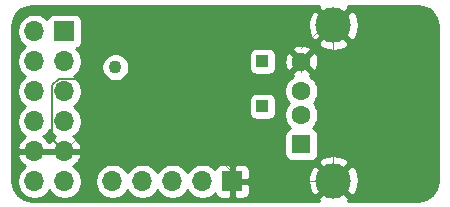
<source format=gbr>
G04 #@! TF.GenerationSoftware,KiCad,Pcbnew,5.1.6-c6e7f7d~86~ubuntu18.04.1*
G04 #@! TF.CreationDate,2021-05-10T21:06:11-07:00*
G04 #@! TF.ProjectId,usb_host_pmod,7573625f-686f-4737-945f-706d6f642e6b,rev?*
G04 #@! TF.SameCoordinates,Original*
G04 #@! TF.FileFunction,Copper,L2,Inr*
G04 #@! TF.FilePolarity,Positive*
%FSLAX46Y46*%
G04 Gerber Fmt 4.6, Leading zero omitted, Abs format (unit mm)*
G04 Created by KiCad (PCBNEW 5.1.6-c6e7f7d~86~ubuntu18.04.1) date 2021-05-10 21:06:11*
%MOMM*%
%LPD*%
G01*
G04 APERTURE LIST*
G04 #@! TA.AperFunction,ViaPad*
%ADD10R,1.000000X1.000000*%
G04 #@! TD*
G04 #@! TA.AperFunction,ViaPad*
%ADD11C,1.600000*%
G04 #@! TD*
G04 #@! TA.AperFunction,ViaPad*
%ADD12R,1.600000X1.600000*%
G04 #@! TD*
G04 #@! TA.AperFunction,ViaPad*
%ADD13C,3.000000*%
G04 #@! TD*
G04 #@! TA.AperFunction,ViaPad*
%ADD14O,1.700000X1.700000*%
G04 #@! TD*
G04 #@! TA.AperFunction,ViaPad*
%ADD15R,1.700000X1.700000*%
G04 #@! TD*
G04 #@! TA.AperFunction,ViaPad*
%ADD16C,1.100000*%
G04 #@! TD*
G04 #@! TA.AperFunction,Conductor*
%ADD17C,0.127000*%
G04 #@! TD*
G04 #@! TA.AperFunction,Conductor*
%ADD18C,0.088900*%
G04 #@! TD*
G04 #@! TA.AperFunction,Conductor*
%ADD19C,0.254000*%
G04 #@! TD*
G04 APERTURE END LIST*
D10*
X103124000Y-96520000D03*
X103124000Y-100330000D03*
D11*
X106426000Y-96542000D03*
X106426000Y-99042000D03*
X106426000Y-101042000D03*
D12*
X106426000Y-103542000D03*
D13*
X109136000Y-106612000D03*
X109136000Y-93472000D03*
D14*
X90424000Y-106680000D03*
X92964000Y-106680000D03*
X95504000Y-106680000D03*
X98044000Y-106680000D03*
D15*
X100584000Y-106680000D03*
D14*
X83820000Y-106680000D03*
X86360000Y-106680000D03*
X83820000Y-104140000D03*
X86360000Y-104140000D03*
X83820000Y-101600000D03*
X86360000Y-101600000D03*
X83820000Y-99060000D03*
X86360000Y-99060000D03*
X83820000Y-96520000D03*
X86360000Y-96520000D03*
X83820000Y-93980000D03*
D15*
X86360000Y-93980000D03*
D16*
X90678000Y-97028000D03*
X88392000Y-94996000D03*
X96774000Y-102108000D03*
X93512540Y-102044500D03*
X89154000Y-101600000D03*
D17*
X85022081Y-104140000D02*
X86360000Y-104140000D01*
X83820000Y-104140000D02*
X85022081Y-104140000D01*
X85319499Y-103099499D02*
X85319499Y-99606999D01*
X86360000Y-104140000D02*
X85319499Y-103099499D01*
X85319499Y-99606999D02*
X85319499Y-98560559D01*
X85319499Y-98560559D02*
X85860559Y-98019499D01*
X87146501Y-98019499D02*
X88392000Y-96774000D01*
X85860559Y-98019499D02*
X87146501Y-98019499D01*
D18*
X106426000Y-97034000D02*
X106426000Y-97394000D01*
X91417040Y-104140000D02*
X93512540Y-102044500D01*
X86360000Y-104140000D02*
X91417040Y-104140000D01*
X88900000Y-101600000D02*
X89154000Y-101600000D01*
X86360000Y-104140000D02*
X88900000Y-101600000D01*
X107888000Y-106680000D02*
X109136000Y-105432000D01*
X100584000Y-106680000D02*
X107888000Y-106680000D01*
X109136000Y-92652000D02*
X109136000Y-92292000D01*
X106426000Y-95362000D02*
X109136000Y-92652000D01*
X109136000Y-94404000D02*
X109136000Y-92292000D01*
X109136000Y-94324000D02*
X109136000Y-94404000D01*
X109136000Y-94404000D02*
X109136000Y-107464000D01*
X96710500Y-102044500D02*
X96774000Y-102108000D01*
X93512540Y-102044500D02*
X96710500Y-102044500D01*
X100584000Y-105918000D02*
X100584000Y-106680000D01*
X96774000Y-102108000D02*
X100584000Y-105918000D01*
X88392000Y-96774000D02*
X88392000Y-94996000D01*
D19*
G36*
X107823952Y-91980347D02*
G01*
X109136000Y-93292395D01*
X110448048Y-91980347D01*
X110381628Y-91846000D01*
X116299721Y-91846000D01*
X116647210Y-91880072D01*
X116950413Y-91971614D01*
X117230064Y-92120307D01*
X117475505Y-92320484D01*
X117677391Y-92564521D01*
X117828031Y-92843125D01*
X117921690Y-93145688D01*
X117958001Y-93491167D01*
X117958000Y-106647721D01*
X117923928Y-106995209D01*
X117832384Y-107298417D01*
X117683693Y-107578063D01*
X117483516Y-107823505D01*
X117239476Y-108025392D01*
X116960875Y-108176031D01*
X116658313Y-108269690D01*
X116312842Y-108306000D01*
X110348010Y-108306000D01*
X110448048Y-108103653D01*
X109136000Y-106791605D01*
X107823952Y-108103653D01*
X107923990Y-108306000D01*
X83598279Y-108306000D01*
X83250791Y-108271928D01*
X82947583Y-108180384D01*
X82667937Y-108031693D01*
X82422495Y-107831516D01*
X82220608Y-107587476D01*
X82069969Y-107308875D01*
X81976310Y-107006313D01*
X81940000Y-106660842D01*
X81940000Y-106533740D01*
X82335000Y-106533740D01*
X82335000Y-106826260D01*
X82392068Y-107113158D01*
X82504010Y-107383411D01*
X82666525Y-107626632D01*
X82873368Y-107833475D01*
X83116589Y-107995990D01*
X83386842Y-108107932D01*
X83673740Y-108165000D01*
X83966260Y-108165000D01*
X84253158Y-108107932D01*
X84523411Y-107995990D01*
X84766632Y-107833475D01*
X84973475Y-107626632D01*
X85090000Y-107452240D01*
X85206525Y-107626632D01*
X85413368Y-107833475D01*
X85656589Y-107995990D01*
X85926842Y-108107932D01*
X86213740Y-108165000D01*
X86506260Y-108165000D01*
X86793158Y-108107932D01*
X87063411Y-107995990D01*
X87306632Y-107833475D01*
X87513475Y-107626632D01*
X87675990Y-107383411D01*
X87787932Y-107113158D01*
X87845000Y-106826260D01*
X87845000Y-106533740D01*
X88939000Y-106533740D01*
X88939000Y-106826260D01*
X88996068Y-107113158D01*
X89108010Y-107383411D01*
X89270525Y-107626632D01*
X89477368Y-107833475D01*
X89720589Y-107995990D01*
X89990842Y-108107932D01*
X90277740Y-108165000D01*
X90570260Y-108165000D01*
X90857158Y-108107932D01*
X91127411Y-107995990D01*
X91370632Y-107833475D01*
X91577475Y-107626632D01*
X91694000Y-107452240D01*
X91810525Y-107626632D01*
X92017368Y-107833475D01*
X92260589Y-107995990D01*
X92530842Y-108107932D01*
X92817740Y-108165000D01*
X93110260Y-108165000D01*
X93397158Y-108107932D01*
X93667411Y-107995990D01*
X93910632Y-107833475D01*
X94117475Y-107626632D01*
X94234000Y-107452240D01*
X94350525Y-107626632D01*
X94557368Y-107833475D01*
X94800589Y-107995990D01*
X95070842Y-108107932D01*
X95357740Y-108165000D01*
X95650260Y-108165000D01*
X95937158Y-108107932D01*
X96207411Y-107995990D01*
X96450632Y-107833475D01*
X96657475Y-107626632D01*
X96774000Y-107452240D01*
X96890525Y-107626632D01*
X97097368Y-107833475D01*
X97340589Y-107995990D01*
X97610842Y-108107932D01*
X97897740Y-108165000D01*
X98190260Y-108165000D01*
X98477158Y-108107932D01*
X98747411Y-107995990D01*
X98990632Y-107833475D01*
X99122487Y-107701620D01*
X99144498Y-107774180D01*
X99203463Y-107884494D01*
X99282815Y-107981185D01*
X99379506Y-108060537D01*
X99489820Y-108119502D01*
X99609518Y-108155812D01*
X99734000Y-108168072D01*
X100298250Y-108165000D01*
X100457000Y-108006250D01*
X100457000Y-106807000D01*
X100711000Y-106807000D01*
X100711000Y-108006250D01*
X100869750Y-108165000D01*
X101434000Y-108168072D01*
X101558482Y-108155812D01*
X101678180Y-108119502D01*
X101788494Y-108060537D01*
X101885185Y-107981185D01*
X101964537Y-107884494D01*
X102023502Y-107774180D01*
X102059812Y-107654482D01*
X102072072Y-107530000D01*
X102069000Y-106965750D01*
X101910250Y-106807000D01*
X100711000Y-106807000D01*
X100457000Y-106807000D01*
X100437000Y-106807000D01*
X100437000Y-106654824D01*
X106991098Y-106654824D01*
X107040666Y-107072451D01*
X107170757Y-107472383D01*
X107328786Y-107768038D01*
X107644347Y-107924048D01*
X108956395Y-106612000D01*
X109315605Y-106612000D01*
X110627653Y-107924048D01*
X110943214Y-107768038D01*
X111134020Y-107393255D01*
X111248044Y-106988449D01*
X111280902Y-106569176D01*
X111231334Y-106151549D01*
X111101243Y-105751617D01*
X110943214Y-105455962D01*
X110627653Y-105299952D01*
X109315605Y-106612000D01*
X108956395Y-106612000D01*
X107644347Y-105299952D01*
X107328786Y-105455962D01*
X107137980Y-105830745D01*
X107023956Y-106235551D01*
X106991098Y-106654824D01*
X100437000Y-106654824D01*
X100437000Y-106553000D01*
X100457000Y-106553000D01*
X100457000Y-105353750D01*
X100711000Y-105353750D01*
X100711000Y-106553000D01*
X101910250Y-106553000D01*
X102069000Y-106394250D01*
X102072072Y-105830000D01*
X102059812Y-105705518D01*
X102023502Y-105585820D01*
X101964537Y-105475506D01*
X101885185Y-105378815D01*
X101788494Y-105299463D01*
X101678180Y-105240498D01*
X101558482Y-105204188D01*
X101434000Y-105191928D01*
X100869750Y-105195000D01*
X100711000Y-105353750D01*
X100457000Y-105353750D01*
X100298250Y-105195000D01*
X99734000Y-105191928D01*
X99609518Y-105204188D01*
X99489820Y-105240498D01*
X99379506Y-105299463D01*
X99282815Y-105378815D01*
X99203463Y-105475506D01*
X99144498Y-105585820D01*
X99122487Y-105658380D01*
X98990632Y-105526525D01*
X98747411Y-105364010D01*
X98477158Y-105252068D01*
X98190260Y-105195000D01*
X97897740Y-105195000D01*
X97610842Y-105252068D01*
X97340589Y-105364010D01*
X97097368Y-105526525D01*
X96890525Y-105733368D01*
X96774000Y-105907760D01*
X96657475Y-105733368D01*
X96450632Y-105526525D01*
X96207411Y-105364010D01*
X95937158Y-105252068D01*
X95650260Y-105195000D01*
X95357740Y-105195000D01*
X95070842Y-105252068D01*
X94800589Y-105364010D01*
X94557368Y-105526525D01*
X94350525Y-105733368D01*
X94234000Y-105907760D01*
X94117475Y-105733368D01*
X93910632Y-105526525D01*
X93667411Y-105364010D01*
X93397158Y-105252068D01*
X93110260Y-105195000D01*
X92817740Y-105195000D01*
X92530842Y-105252068D01*
X92260589Y-105364010D01*
X92017368Y-105526525D01*
X91810525Y-105733368D01*
X91694000Y-105907760D01*
X91577475Y-105733368D01*
X91370632Y-105526525D01*
X91127411Y-105364010D01*
X90857158Y-105252068D01*
X90570260Y-105195000D01*
X90277740Y-105195000D01*
X89990842Y-105252068D01*
X89720589Y-105364010D01*
X89477368Y-105526525D01*
X89270525Y-105733368D01*
X89108010Y-105976589D01*
X88996068Y-106246842D01*
X88939000Y-106533740D01*
X87845000Y-106533740D01*
X87787932Y-106246842D01*
X87675990Y-105976589D01*
X87513475Y-105733368D01*
X87306632Y-105526525D01*
X87124466Y-105404805D01*
X87241355Y-105335178D01*
X87457588Y-105140269D01*
X87472447Y-105120347D01*
X107823952Y-105120347D01*
X109136000Y-106432395D01*
X110448048Y-105120347D01*
X110292038Y-104804786D01*
X109917255Y-104613980D01*
X109512449Y-104499956D01*
X109093176Y-104467098D01*
X108675549Y-104516666D01*
X108275617Y-104646757D01*
X107979962Y-104804786D01*
X107823952Y-105120347D01*
X87472447Y-105120347D01*
X87631641Y-104906920D01*
X87756825Y-104644099D01*
X87801476Y-104496890D01*
X87680155Y-104267000D01*
X86487000Y-104267000D01*
X86487000Y-104287000D01*
X86233000Y-104287000D01*
X86233000Y-104267000D01*
X83947000Y-104267000D01*
X83947000Y-104287000D01*
X83693000Y-104287000D01*
X83693000Y-104267000D01*
X82499845Y-104267000D01*
X82378524Y-104496890D01*
X82423175Y-104644099D01*
X82548359Y-104906920D01*
X82722412Y-105140269D01*
X82938645Y-105335178D01*
X83055534Y-105404805D01*
X82873368Y-105526525D01*
X82666525Y-105733368D01*
X82504010Y-105976589D01*
X82392068Y-106246842D01*
X82335000Y-106533740D01*
X81940000Y-106533740D01*
X81940000Y-93833740D01*
X82335000Y-93833740D01*
X82335000Y-94126260D01*
X82392068Y-94413158D01*
X82504010Y-94683411D01*
X82666525Y-94926632D01*
X82873368Y-95133475D01*
X83047760Y-95250000D01*
X82873368Y-95366525D01*
X82666525Y-95573368D01*
X82504010Y-95816589D01*
X82392068Y-96086842D01*
X82335000Y-96373740D01*
X82335000Y-96666260D01*
X82392068Y-96953158D01*
X82504010Y-97223411D01*
X82666525Y-97466632D01*
X82873368Y-97673475D01*
X83047760Y-97790000D01*
X82873368Y-97906525D01*
X82666525Y-98113368D01*
X82504010Y-98356589D01*
X82392068Y-98626842D01*
X82335000Y-98913740D01*
X82335000Y-99206260D01*
X82392068Y-99493158D01*
X82504010Y-99763411D01*
X82666525Y-100006632D01*
X82873368Y-100213475D01*
X83047760Y-100330000D01*
X82873368Y-100446525D01*
X82666525Y-100653368D01*
X82504010Y-100896589D01*
X82392068Y-101166842D01*
X82335000Y-101453740D01*
X82335000Y-101746260D01*
X82392068Y-102033158D01*
X82504010Y-102303411D01*
X82666525Y-102546632D01*
X82873368Y-102753475D01*
X83055534Y-102875195D01*
X82938645Y-102944822D01*
X82722412Y-103139731D01*
X82548359Y-103373080D01*
X82423175Y-103635901D01*
X82378524Y-103783110D01*
X82499845Y-104013000D01*
X83693000Y-104013000D01*
X83693000Y-103993000D01*
X83947000Y-103993000D01*
X83947000Y-104013000D01*
X86233000Y-104013000D01*
X86233000Y-103993000D01*
X86487000Y-103993000D01*
X86487000Y-104013000D01*
X87680155Y-104013000D01*
X87801476Y-103783110D01*
X87756825Y-103635901D01*
X87631641Y-103373080D01*
X87457588Y-103139731D01*
X87241355Y-102944822D01*
X87124466Y-102875195D01*
X87306632Y-102753475D01*
X87318107Y-102742000D01*
X104987928Y-102742000D01*
X104987928Y-104342000D01*
X105000188Y-104466482D01*
X105036498Y-104586180D01*
X105095463Y-104696494D01*
X105174815Y-104793185D01*
X105271506Y-104872537D01*
X105381820Y-104931502D01*
X105501518Y-104967812D01*
X105626000Y-104980072D01*
X107226000Y-104980072D01*
X107350482Y-104967812D01*
X107470180Y-104931502D01*
X107580494Y-104872537D01*
X107677185Y-104793185D01*
X107756537Y-104696494D01*
X107815502Y-104586180D01*
X107851812Y-104466482D01*
X107864072Y-104342000D01*
X107864072Y-102742000D01*
X107851812Y-102617518D01*
X107815502Y-102497820D01*
X107756537Y-102387506D01*
X107677185Y-102290815D01*
X107580494Y-102211463D01*
X107470180Y-102152498D01*
X107374057Y-102123339D01*
X107540637Y-101956759D01*
X107697680Y-101721727D01*
X107805853Y-101460574D01*
X107861000Y-101183335D01*
X107861000Y-100900665D01*
X107805853Y-100623426D01*
X107697680Y-100362273D01*
X107540637Y-100127241D01*
X107455396Y-100042000D01*
X107540637Y-99956759D01*
X107697680Y-99721727D01*
X107805853Y-99460574D01*
X107861000Y-99183335D01*
X107861000Y-98900665D01*
X107805853Y-98623426D01*
X107697680Y-98362273D01*
X107540637Y-98127241D01*
X107340759Y-97927363D01*
X107140131Y-97793308D01*
X107167514Y-97778671D01*
X107239097Y-97534702D01*
X106426000Y-96721605D01*
X105612903Y-97534702D01*
X105684486Y-97778671D01*
X105713341Y-97792324D01*
X105511241Y-97927363D01*
X105311363Y-98127241D01*
X105154320Y-98362273D01*
X105046147Y-98623426D01*
X104991000Y-98900665D01*
X104991000Y-99183335D01*
X105046147Y-99460574D01*
X105154320Y-99721727D01*
X105311363Y-99956759D01*
X105396604Y-100042000D01*
X105311363Y-100127241D01*
X105154320Y-100362273D01*
X105046147Y-100623426D01*
X104991000Y-100900665D01*
X104991000Y-101183335D01*
X105046147Y-101460574D01*
X105154320Y-101721727D01*
X105311363Y-101956759D01*
X105477943Y-102123339D01*
X105381820Y-102152498D01*
X105271506Y-102211463D01*
X105174815Y-102290815D01*
X105095463Y-102387506D01*
X105036498Y-102497820D01*
X105000188Y-102617518D01*
X104987928Y-102742000D01*
X87318107Y-102742000D01*
X87513475Y-102546632D01*
X87675990Y-102303411D01*
X87787932Y-102033158D01*
X87845000Y-101746260D01*
X87845000Y-101453740D01*
X87787932Y-101166842D01*
X87675990Y-100896589D01*
X87513475Y-100653368D01*
X87306632Y-100446525D01*
X87132240Y-100330000D01*
X87306632Y-100213475D01*
X87513475Y-100006632D01*
X87631496Y-99830000D01*
X101985928Y-99830000D01*
X101985928Y-100830000D01*
X101998188Y-100954482D01*
X102034498Y-101074180D01*
X102093463Y-101184494D01*
X102172815Y-101281185D01*
X102269506Y-101360537D01*
X102379820Y-101419502D01*
X102499518Y-101455812D01*
X102624000Y-101468072D01*
X103624000Y-101468072D01*
X103748482Y-101455812D01*
X103868180Y-101419502D01*
X103978494Y-101360537D01*
X104075185Y-101281185D01*
X104154537Y-101184494D01*
X104213502Y-101074180D01*
X104249812Y-100954482D01*
X104262072Y-100830000D01*
X104262072Y-99830000D01*
X104249812Y-99705518D01*
X104213502Y-99585820D01*
X104154537Y-99475506D01*
X104075185Y-99378815D01*
X103978494Y-99299463D01*
X103868180Y-99240498D01*
X103748482Y-99204188D01*
X103624000Y-99191928D01*
X102624000Y-99191928D01*
X102499518Y-99204188D01*
X102379820Y-99240498D01*
X102269506Y-99299463D01*
X102172815Y-99378815D01*
X102093463Y-99475506D01*
X102034498Y-99585820D01*
X101998188Y-99705518D01*
X101985928Y-99830000D01*
X87631496Y-99830000D01*
X87675990Y-99763411D01*
X87787932Y-99493158D01*
X87845000Y-99206260D01*
X87845000Y-98913740D01*
X87787932Y-98626842D01*
X87675990Y-98356589D01*
X87513475Y-98113368D01*
X87306632Y-97906525D01*
X87132240Y-97790000D01*
X87306632Y-97673475D01*
X87513475Y-97466632D01*
X87675990Y-97223411D01*
X87787932Y-96953158D01*
X87796260Y-96911288D01*
X89493000Y-96911288D01*
X89493000Y-97144712D01*
X89538539Y-97373652D01*
X89627866Y-97589308D01*
X89757550Y-97783394D01*
X89922606Y-97948450D01*
X90116692Y-98078134D01*
X90332348Y-98167461D01*
X90561288Y-98213000D01*
X90794712Y-98213000D01*
X91023652Y-98167461D01*
X91239308Y-98078134D01*
X91433394Y-97948450D01*
X91598450Y-97783394D01*
X91728134Y-97589308D01*
X91817461Y-97373652D01*
X91863000Y-97144712D01*
X91863000Y-96911288D01*
X91817461Y-96682348D01*
X91728134Y-96466692D01*
X91598450Y-96272606D01*
X91433394Y-96107550D01*
X91302367Y-96020000D01*
X101985928Y-96020000D01*
X101985928Y-97020000D01*
X101998188Y-97144482D01*
X102034498Y-97264180D01*
X102093463Y-97374494D01*
X102172815Y-97471185D01*
X102269506Y-97550537D01*
X102379820Y-97609502D01*
X102499518Y-97645812D01*
X102624000Y-97658072D01*
X103624000Y-97658072D01*
X103748482Y-97645812D01*
X103868180Y-97609502D01*
X103978494Y-97550537D01*
X104075185Y-97471185D01*
X104154537Y-97374494D01*
X104213502Y-97264180D01*
X104249812Y-97144482D01*
X104262072Y-97020000D01*
X104262072Y-96612512D01*
X104985783Y-96612512D01*
X105027213Y-96892130D01*
X105122397Y-97158292D01*
X105189329Y-97283514D01*
X105433298Y-97355097D01*
X106246395Y-96542000D01*
X106605605Y-96542000D01*
X107418702Y-97355097D01*
X107662671Y-97283514D01*
X107783571Y-97028004D01*
X107852300Y-96753816D01*
X107866217Y-96471488D01*
X107824787Y-96191870D01*
X107729603Y-95925708D01*
X107662671Y-95800486D01*
X107418702Y-95728903D01*
X106605605Y-96542000D01*
X106246395Y-96542000D01*
X105433298Y-95728903D01*
X105189329Y-95800486D01*
X105068429Y-96055996D01*
X104999700Y-96330184D01*
X104985783Y-96612512D01*
X104262072Y-96612512D01*
X104262072Y-96020000D01*
X104249812Y-95895518D01*
X104213502Y-95775820D01*
X104154537Y-95665506D01*
X104075185Y-95568815D01*
X104051404Y-95549298D01*
X105612903Y-95549298D01*
X106426000Y-96362395D01*
X107239097Y-95549298D01*
X107167514Y-95305329D01*
X106912004Y-95184429D01*
X106637816Y-95115700D01*
X106355488Y-95101783D01*
X106075870Y-95143213D01*
X105809708Y-95238397D01*
X105684486Y-95305329D01*
X105612903Y-95549298D01*
X104051404Y-95549298D01*
X103978494Y-95489463D01*
X103868180Y-95430498D01*
X103748482Y-95394188D01*
X103624000Y-95381928D01*
X102624000Y-95381928D01*
X102499518Y-95394188D01*
X102379820Y-95430498D01*
X102269506Y-95489463D01*
X102172815Y-95568815D01*
X102093463Y-95665506D01*
X102034498Y-95775820D01*
X101998188Y-95895518D01*
X101985928Y-96020000D01*
X91302367Y-96020000D01*
X91239308Y-95977866D01*
X91023652Y-95888539D01*
X90794712Y-95843000D01*
X90561288Y-95843000D01*
X90332348Y-95888539D01*
X90116692Y-95977866D01*
X89922606Y-96107550D01*
X89757550Y-96272606D01*
X89627866Y-96466692D01*
X89538539Y-96682348D01*
X89493000Y-96911288D01*
X87796260Y-96911288D01*
X87845000Y-96666260D01*
X87845000Y-96373740D01*
X87787932Y-96086842D01*
X87675990Y-95816589D01*
X87513475Y-95573368D01*
X87381620Y-95441513D01*
X87454180Y-95419502D01*
X87564494Y-95360537D01*
X87661185Y-95281185D01*
X87740537Y-95184494D01*
X87799502Y-95074180D01*
X87833030Y-94963653D01*
X107823952Y-94963653D01*
X107979962Y-95279214D01*
X108354745Y-95470020D01*
X108759551Y-95584044D01*
X109178824Y-95616902D01*
X109596451Y-95567334D01*
X109996383Y-95437243D01*
X110292038Y-95279214D01*
X110448048Y-94963653D01*
X109136000Y-93651605D01*
X107823952Y-94963653D01*
X87833030Y-94963653D01*
X87835812Y-94954482D01*
X87848072Y-94830000D01*
X87848072Y-93514824D01*
X106991098Y-93514824D01*
X107040666Y-93932451D01*
X107170757Y-94332383D01*
X107328786Y-94628038D01*
X107644347Y-94784048D01*
X108956395Y-93472000D01*
X109315605Y-93472000D01*
X110627653Y-94784048D01*
X110943214Y-94628038D01*
X111134020Y-94253255D01*
X111248044Y-93848449D01*
X111280902Y-93429176D01*
X111231334Y-93011549D01*
X111101243Y-92611617D01*
X110943214Y-92315962D01*
X110627653Y-92159952D01*
X109315605Y-93472000D01*
X108956395Y-93472000D01*
X107644347Y-92159952D01*
X107328786Y-92315962D01*
X107137980Y-92690745D01*
X107023956Y-93095551D01*
X106991098Y-93514824D01*
X87848072Y-93514824D01*
X87848072Y-93130000D01*
X87835812Y-93005518D01*
X87799502Y-92885820D01*
X87740537Y-92775506D01*
X87661185Y-92678815D01*
X87564494Y-92599463D01*
X87454180Y-92540498D01*
X87334482Y-92504188D01*
X87210000Y-92491928D01*
X85510000Y-92491928D01*
X85385518Y-92504188D01*
X85265820Y-92540498D01*
X85155506Y-92599463D01*
X85058815Y-92678815D01*
X84979463Y-92775506D01*
X84920498Y-92885820D01*
X84898487Y-92958380D01*
X84766632Y-92826525D01*
X84523411Y-92664010D01*
X84253158Y-92552068D01*
X83966260Y-92495000D01*
X83673740Y-92495000D01*
X83386842Y-92552068D01*
X83116589Y-92664010D01*
X82873368Y-92826525D01*
X82666525Y-93033368D01*
X82504010Y-93276589D01*
X82392068Y-93546842D01*
X82335000Y-93833740D01*
X81940000Y-93833740D01*
X81940000Y-93504279D01*
X81974072Y-93156790D01*
X82065614Y-92853587D01*
X82214307Y-92573936D01*
X82414484Y-92328495D01*
X82658521Y-92126609D01*
X82937125Y-91975969D01*
X83239688Y-91882310D01*
X83585158Y-91846000D01*
X107890372Y-91846000D01*
X107823952Y-91980347D01*
G37*
X107823952Y-91980347D02*
X109136000Y-93292395D01*
X110448048Y-91980347D01*
X110381628Y-91846000D01*
X116299721Y-91846000D01*
X116647210Y-91880072D01*
X116950413Y-91971614D01*
X117230064Y-92120307D01*
X117475505Y-92320484D01*
X117677391Y-92564521D01*
X117828031Y-92843125D01*
X117921690Y-93145688D01*
X117958001Y-93491167D01*
X117958000Y-106647721D01*
X117923928Y-106995209D01*
X117832384Y-107298417D01*
X117683693Y-107578063D01*
X117483516Y-107823505D01*
X117239476Y-108025392D01*
X116960875Y-108176031D01*
X116658313Y-108269690D01*
X116312842Y-108306000D01*
X110348010Y-108306000D01*
X110448048Y-108103653D01*
X109136000Y-106791605D01*
X107823952Y-108103653D01*
X107923990Y-108306000D01*
X83598279Y-108306000D01*
X83250791Y-108271928D01*
X82947583Y-108180384D01*
X82667937Y-108031693D01*
X82422495Y-107831516D01*
X82220608Y-107587476D01*
X82069969Y-107308875D01*
X81976310Y-107006313D01*
X81940000Y-106660842D01*
X81940000Y-106533740D01*
X82335000Y-106533740D01*
X82335000Y-106826260D01*
X82392068Y-107113158D01*
X82504010Y-107383411D01*
X82666525Y-107626632D01*
X82873368Y-107833475D01*
X83116589Y-107995990D01*
X83386842Y-108107932D01*
X83673740Y-108165000D01*
X83966260Y-108165000D01*
X84253158Y-108107932D01*
X84523411Y-107995990D01*
X84766632Y-107833475D01*
X84973475Y-107626632D01*
X85090000Y-107452240D01*
X85206525Y-107626632D01*
X85413368Y-107833475D01*
X85656589Y-107995990D01*
X85926842Y-108107932D01*
X86213740Y-108165000D01*
X86506260Y-108165000D01*
X86793158Y-108107932D01*
X87063411Y-107995990D01*
X87306632Y-107833475D01*
X87513475Y-107626632D01*
X87675990Y-107383411D01*
X87787932Y-107113158D01*
X87845000Y-106826260D01*
X87845000Y-106533740D01*
X88939000Y-106533740D01*
X88939000Y-106826260D01*
X88996068Y-107113158D01*
X89108010Y-107383411D01*
X89270525Y-107626632D01*
X89477368Y-107833475D01*
X89720589Y-107995990D01*
X89990842Y-108107932D01*
X90277740Y-108165000D01*
X90570260Y-108165000D01*
X90857158Y-108107932D01*
X91127411Y-107995990D01*
X91370632Y-107833475D01*
X91577475Y-107626632D01*
X91694000Y-107452240D01*
X91810525Y-107626632D01*
X92017368Y-107833475D01*
X92260589Y-107995990D01*
X92530842Y-108107932D01*
X92817740Y-108165000D01*
X93110260Y-108165000D01*
X93397158Y-108107932D01*
X93667411Y-107995990D01*
X93910632Y-107833475D01*
X94117475Y-107626632D01*
X94234000Y-107452240D01*
X94350525Y-107626632D01*
X94557368Y-107833475D01*
X94800589Y-107995990D01*
X95070842Y-108107932D01*
X95357740Y-108165000D01*
X95650260Y-108165000D01*
X95937158Y-108107932D01*
X96207411Y-107995990D01*
X96450632Y-107833475D01*
X96657475Y-107626632D01*
X96774000Y-107452240D01*
X96890525Y-107626632D01*
X97097368Y-107833475D01*
X97340589Y-107995990D01*
X97610842Y-108107932D01*
X97897740Y-108165000D01*
X98190260Y-108165000D01*
X98477158Y-108107932D01*
X98747411Y-107995990D01*
X98990632Y-107833475D01*
X99122487Y-107701620D01*
X99144498Y-107774180D01*
X99203463Y-107884494D01*
X99282815Y-107981185D01*
X99379506Y-108060537D01*
X99489820Y-108119502D01*
X99609518Y-108155812D01*
X99734000Y-108168072D01*
X100298250Y-108165000D01*
X100457000Y-108006250D01*
X100457000Y-106807000D01*
X100711000Y-106807000D01*
X100711000Y-108006250D01*
X100869750Y-108165000D01*
X101434000Y-108168072D01*
X101558482Y-108155812D01*
X101678180Y-108119502D01*
X101788494Y-108060537D01*
X101885185Y-107981185D01*
X101964537Y-107884494D01*
X102023502Y-107774180D01*
X102059812Y-107654482D01*
X102072072Y-107530000D01*
X102069000Y-106965750D01*
X101910250Y-106807000D01*
X100711000Y-106807000D01*
X100457000Y-106807000D01*
X100437000Y-106807000D01*
X100437000Y-106654824D01*
X106991098Y-106654824D01*
X107040666Y-107072451D01*
X107170757Y-107472383D01*
X107328786Y-107768038D01*
X107644347Y-107924048D01*
X108956395Y-106612000D01*
X109315605Y-106612000D01*
X110627653Y-107924048D01*
X110943214Y-107768038D01*
X111134020Y-107393255D01*
X111248044Y-106988449D01*
X111280902Y-106569176D01*
X111231334Y-106151549D01*
X111101243Y-105751617D01*
X110943214Y-105455962D01*
X110627653Y-105299952D01*
X109315605Y-106612000D01*
X108956395Y-106612000D01*
X107644347Y-105299952D01*
X107328786Y-105455962D01*
X107137980Y-105830745D01*
X107023956Y-106235551D01*
X106991098Y-106654824D01*
X100437000Y-106654824D01*
X100437000Y-106553000D01*
X100457000Y-106553000D01*
X100457000Y-105353750D01*
X100711000Y-105353750D01*
X100711000Y-106553000D01*
X101910250Y-106553000D01*
X102069000Y-106394250D01*
X102072072Y-105830000D01*
X102059812Y-105705518D01*
X102023502Y-105585820D01*
X101964537Y-105475506D01*
X101885185Y-105378815D01*
X101788494Y-105299463D01*
X101678180Y-105240498D01*
X101558482Y-105204188D01*
X101434000Y-105191928D01*
X100869750Y-105195000D01*
X100711000Y-105353750D01*
X100457000Y-105353750D01*
X100298250Y-105195000D01*
X99734000Y-105191928D01*
X99609518Y-105204188D01*
X99489820Y-105240498D01*
X99379506Y-105299463D01*
X99282815Y-105378815D01*
X99203463Y-105475506D01*
X99144498Y-105585820D01*
X99122487Y-105658380D01*
X98990632Y-105526525D01*
X98747411Y-105364010D01*
X98477158Y-105252068D01*
X98190260Y-105195000D01*
X97897740Y-105195000D01*
X97610842Y-105252068D01*
X97340589Y-105364010D01*
X97097368Y-105526525D01*
X96890525Y-105733368D01*
X96774000Y-105907760D01*
X96657475Y-105733368D01*
X96450632Y-105526525D01*
X96207411Y-105364010D01*
X95937158Y-105252068D01*
X95650260Y-105195000D01*
X95357740Y-105195000D01*
X95070842Y-105252068D01*
X94800589Y-105364010D01*
X94557368Y-105526525D01*
X94350525Y-105733368D01*
X94234000Y-105907760D01*
X94117475Y-105733368D01*
X93910632Y-105526525D01*
X93667411Y-105364010D01*
X93397158Y-105252068D01*
X93110260Y-105195000D01*
X92817740Y-105195000D01*
X92530842Y-105252068D01*
X92260589Y-105364010D01*
X92017368Y-105526525D01*
X91810525Y-105733368D01*
X91694000Y-105907760D01*
X91577475Y-105733368D01*
X91370632Y-105526525D01*
X91127411Y-105364010D01*
X90857158Y-105252068D01*
X90570260Y-105195000D01*
X90277740Y-105195000D01*
X89990842Y-105252068D01*
X89720589Y-105364010D01*
X89477368Y-105526525D01*
X89270525Y-105733368D01*
X89108010Y-105976589D01*
X88996068Y-106246842D01*
X88939000Y-106533740D01*
X87845000Y-106533740D01*
X87787932Y-106246842D01*
X87675990Y-105976589D01*
X87513475Y-105733368D01*
X87306632Y-105526525D01*
X87124466Y-105404805D01*
X87241355Y-105335178D01*
X87457588Y-105140269D01*
X87472447Y-105120347D01*
X107823952Y-105120347D01*
X109136000Y-106432395D01*
X110448048Y-105120347D01*
X110292038Y-104804786D01*
X109917255Y-104613980D01*
X109512449Y-104499956D01*
X109093176Y-104467098D01*
X108675549Y-104516666D01*
X108275617Y-104646757D01*
X107979962Y-104804786D01*
X107823952Y-105120347D01*
X87472447Y-105120347D01*
X87631641Y-104906920D01*
X87756825Y-104644099D01*
X87801476Y-104496890D01*
X87680155Y-104267000D01*
X86487000Y-104267000D01*
X86487000Y-104287000D01*
X86233000Y-104287000D01*
X86233000Y-104267000D01*
X83947000Y-104267000D01*
X83947000Y-104287000D01*
X83693000Y-104287000D01*
X83693000Y-104267000D01*
X82499845Y-104267000D01*
X82378524Y-104496890D01*
X82423175Y-104644099D01*
X82548359Y-104906920D01*
X82722412Y-105140269D01*
X82938645Y-105335178D01*
X83055534Y-105404805D01*
X82873368Y-105526525D01*
X82666525Y-105733368D01*
X82504010Y-105976589D01*
X82392068Y-106246842D01*
X82335000Y-106533740D01*
X81940000Y-106533740D01*
X81940000Y-93833740D01*
X82335000Y-93833740D01*
X82335000Y-94126260D01*
X82392068Y-94413158D01*
X82504010Y-94683411D01*
X82666525Y-94926632D01*
X82873368Y-95133475D01*
X83047760Y-95250000D01*
X82873368Y-95366525D01*
X82666525Y-95573368D01*
X82504010Y-95816589D01*
X82392068Y-96086842D01*
X82335000Y-96373740D01*
X82335000Y-96666260D01*
X82392068Y-96953158D01*
X82504010Y-97223411D01*
X82666525Y-97466632D01*
X82873368Y-97673475D01*
X83047760Y-97790000D01*
X82873368Y-97906525D01*
X82666525Y-98113368D01*
X82504010Y-98356589D01*
X82392068Y-98626842D01*
X82335000Y-98913740D01*
X82335000Y-99206260D01*
X82392068Y-99493158D01*
X82504010Y-99763411D01*
X82666525Y-100006632D01*
X82873368Y-100213475D01*
X83047760Y-100330000D01*
X82873368Y-100446525D01*
X82666525Y-100653368D01*
X82504010Y-100896589D01*
X82392068Y-101166842D01*
X82335000Y-101453740D01*
X82335000Y-101746260D01*
X82392068Y-102033158D01*
X82504010Y-102303411D01*
X82666525Y-102546632D01*
X82873368Y-102753475D01*
X83055534Y-102875195D01*
X82938645Y-102944822D01*
X82722412Y-103139731D01*
X82548359Y-103373080D01*
X82423175Y-103635901D01*
X82378524Y-103783110D01*
X82499845Y-104013000D01*
X83693000Y-104013000D01*
X83693000Y-103993000D01*
X83947000Y-103993000D01*
X83947000Y-104013000D01*
X86233000Y-104013000D01*
X86233000Y-103993000D01*
X86487000Y-103993000D01*
X86487000Y-104013000D01*
X87680155Y-104013000D01*
X87801476Y-103783110D01*
X87756825Y-103635901D01*
X87631641Y-103373080D01*
X87457588Y-103139731D01*
X87241355Y-102944822D01*
X87124466Y-102875195D01*
X87306632Y-102753475D01*
X87318107Y-102742000D01*
X104987928Y-102742000D01*
X104987928Y-104342000D01*
X105000188Y-104466482D01*
X105036498Y-104586180D01*
X105095463Y-104696494D01*
X105174815Y-104793185D01*
X105271506Y-104872537D01*
X105381820Y-104931502D01*
X105501518Y-104967812D01*
X105626000Y-104980072D01*
X107226000Y-104980072D01*
X107350482Y-104967812D01*
X107470180Y-104931502D01*
X107580494Y-104872537D01*
X107677185Y-104793185D01*
X107756537Y-104696494D01*
X107815502Y-104586180D01*
X107851812Y-104466482D01*
X107864072Y-104342000D01*
X107864072Y-102742000D01*
X107851812Y-102617518D01*
X107815502Y-102497820D01*
X107756537Y-102387506D01*
X107677185Y-102290815D01*
X107580494Y-102211463D01*
X107470180Y-102152498D01*
X107374057Y-102123339D01*
X107540637Y-101956759D01*
X107697680Y-101721727D01*
X107805853Y-101460574D01*
X107861000Y-101183335D01*
X107861000Y-100900665D01*
X107805853Y-100623426D01*
X107697680Y-100362273D01*
X107540637Y-100127241D01*
X107455396Y-100042000D01*
X107540637Y-99956759D01*
X107697680Y-99721727D01*
X107805853Y-99460574D01*
X107861000Y-99183335D01*
X107861000Y-98900665D01*
X107805853Y-98623426D01*
X107697680Y-98362273D01*
X107540637Y-98127241D01*
X107340759Y-97927363D01*
X107140131Y-97793308D01*
X107167514Y-97778671D01*
X107239097Y-97534702D01*
X106426000Y-96721605D01*
X105612903Y-97534702D01*
X105684486Y-97778671D01*
X105713341Y-97792324D01*
X105511241Y-97927363D01*
X105311363Y-98127241D01*
X105154320Y-98362273D01*
X105046147Y-98623426D01*
X104991000Y-98900665D01*
X104991000Y-99183335D01*
X105046147Y-99460574D01*
X105154320Y-99721727D01*
X105311363Y-99956759D01*
X105396604Y-100042000D01*
X105311363Y-100127241D01*
X105154320Y-100362273D01*
X105046147Y-100623426D01*
X104991000Y-100900665D01*
X104991000Y-101183335D01*
X105046147Y-101460574D01*
X105154320Y-101721727D01*
X105311363Y-101956759D01*
X105477943Y-102123339D01*
X105381820Y-102152498D01*
X105271506Y-102211463D01*
X105174815Y-102290815D01*
X105095463Y-102387506D01*
X105036498Y-102497820D01*
X105000188Y-102617518D01*
X104987928Y-102742000D01*
X87318107Y-102742000D01*
X87513475Y-102546632D01*
X87675990Y-102303411D01*
X87787932Y-102033158D01*
X87845000Y-101746260D01*
X87845000Y-101453740D01*
X87787932Y-101166842D01*
X87675990Y-100896589D01*
X87513475Y-100653368D01*
X87306632Y-100446525D01*
X87132240Y-100330000D01*
X87306632Y-100213475D01*
X87513475Y-100006632D01*
X87631496Y-99830000D01*
X101985928Y-99830000D01*
X101985928Y-100830000D01*
X101998188Y-100954482D01*
X102034498Y-101074180D01*
X102093463Y-101184494D01*
X102172815Y-101281185D01*
X102269506Y-101360537D01*
X102379820Y-101419502D01*
X102499518Y-101455812D01*
X102624000Y-101468072D01*
X103624000Y-101468072D01*
X103748482Y-101455812D01*
X103868180Y-101419502D01*
X103978494Y-101360537D01*
X104075185Y-101281185D01*
X104154537Y-101184494D01*
X104213502Y-101074180D01*
X104249812Y-100954482D01*
X104262072Y-100830000D01*
X104262072Y-99830000D01*
X104249812Y-99705518D01*
X104213502Y-99585820D01*
X104154537Y-99475506D01*
X104075185Y-99378815D01*
X103978494Y-99299463D01*
X103868180Y-99240498D01*
X103748482Y-99204188D01*
X103624000Y-99191928D01*
X102624000Y-99191928D01*
X102499518Y-99204188D01*
X102379820Y-99240498D01*
X102269506Y-99299463D01*
X102172815Y-99378815D01*
X102093463Y-99475506D01*
X102034498Y-99585820D01*
X101998188Y-99705518D01*
X101985928Y-99830000D01*
X87631496Y-99830000D01*
X87675990Y-99763411D01*
X87787932Y-99493158D01*
X87845000Y-99206260D01*
X87845000Y-98913740D01*
X87787932Y-98626842D01*
X87675990Y-98356589D01*
X87513475Y-98113368D01*
X87306632Y-97906525D01*
X87132240Y-97790000D01*
X87306632Y-97673475D01*
X87513475Y-97466632D01*
X87675990Y-97223411D01*
X87787932Y-96953158D01*
X87796260Y-96911288D01*
X89493000Y-96911288D01*
X89493000Y-97144712D01*
X89538539Y-97373652D01*
X89627866Y-97589308D01*
X89757550Y-97783394D01*
X89922606Y-97948450D01*
X90116692Y-98078134D01*
X90332348Y-98167461D01*
X90561288Y-98213000D01*
X90794712Y-98213000D01*
X91023652Y-98167461D01*
X91239308Y-98078134D01*
X91433394Y-97948450D01*
X91598450Y-97783394D01*
X91728134Y-97589308D01*
X91817461Y-97373652D01*
X91863000Y-97144712D01*
X91863000Y-96911288D01*
X91817461Y-96682348D01*
X91728134Y-96466692D01*
X91598450Y-96272606D01*
X91433394Y-96107550D01*
X91302367Y-96020000D01*
X101985928Y-96020000D01*
X101985928Y-97020000D01*
X101998188Y-97144482D01*
X102034498Y-97264180D01*
X102093463Y-97374494D01*
X102172815Y-97471185D01*
X102269506Y-97550537D01*
X102379820Y-97609502D01*
X102499518Y-97645812D01*
X102624000Y-97658072D01*
X103624000Y-97658072D01*
X103748482Y-97645812D01*
X103868180Y-97609502D01*
X103978494Y-97550537D01*
X104075185Y-97471185D01*
X104154537Y-97374494D01*
X104213502Y-97264180D01*
X104249812Y-97144482D01*
X104262072Y-97020000D01*
X104262072Y-96612512D01*
X104985783Y-96612512D01*
X105027213Y-96892130D01*
X105122397Y-97158292D01*
X105189329Y-97283514D01*
X105433298Y-97355097D01*
X106246395Y-96542000D01*
X106605605Y-96542000D01*
X107418702Y-97355097D01*
X107662671Y-97283514D01*
X107783571Y-97028004D01*
X107852300Y-96753816D01*
X107866217Y-96471488D01*
X107824787Y-96191870D01*
X107729603Y-95925708D01*
X107662671Y-95800486D01*
X107418702Y-95728903D01*
X106605605Y-96542000D01*
X106246395Y-96542000D01*
X105433298Y-95728903D01*
X105189329Y-95800486D01*
X105068429Y-96055996D01*
X104999700Y-96330184D01*
X104985783Y-96612512D01*
X104262072Y-96612512D01*
X104262072Y-96020000D01*
X104249812Y-95895518D01*
X104213502Y-95775820D01*
X104154537Y-95665506D01*
X104075185Y-95568815D01*
X104051404Y-95549298D01*
X105612903Y-95549298D01*
X106426000Y-96362395D01*
X107239097Y-95549298D01*
X107167514Y-95305329D01*
X106912004Y-95184429D01*
X106637816Y-95115700D01*
X106355488Y-95101783D01*
X106075870Y-95143213D01*
X105809708Y-95238397D01*
X105684486Y-95305329D01*
X105612903Y-95549298D01*
X104051404Y-95549298D01*
X103978494Y-95489463D01*
X103868180Y-95430498D01*
X103748482Y-95394188D01*
X103624000Y-95381928D01*
X102624000Y-95381928D01*
X102499518Y-95394188D01*
X102379820Y-95430498D01*
X102269506Y-95489463D01*
X102172815Y-95568815D01*
X102093463Y-95665506D01*
X102034498Y-95775820D01*
X101998188Y-95895518D01*
X101985928Y-96020000D01*
X91302367Y-96020000D01*
X91239308Y-95977866D01*
X91023652Y-95888539D01*
X90794712Y-95843000D01*
X90561288Y-95843000D01*
X90332348Y-95888539D01*
X90116692Y-95977866D01*
X89922606Y-96107550D01*
X89757550Y-96272606D01*
X89627866Y-96466692D01*
X89538539Y-96682348D01*
X89493000Y-96911288D01*
X87796260Y-96911288D01*
X87845000Y-96666260D01*
X87845000Y-96373740D01*
X87787932Y-96086842D01*
X87675990Y-95816589D01*
X87513475Y-95573368D01*
X87381620Y-95441513D01*
X87454180Y-95419502D01*
X87564494Y-95360537D01*
X87661185Y-95281185D01*
X87740537Y-95184494D01*
X87799502Y-95074180D01*
X87833030Y-94963653D01*
X107823952Y-94963653D01*
X107979962Y-95279214D01*
X108354745Y-95470020D01*
X108759551Y-95584044D01*
X109178824Y-95616902D01*
X109596451Y-95567334D01*
X109996383Y-95437243D01*
X110292038Y-95279214D01*
X110448048Y-94963653D01*
X109136000Y-93651605D01*
X107823952Y-94963653D01*
X87833030Y-94963653D01*
X87835812Y-94954482D01*
X87848072Y-94830000D01*
X87848072Y-93514824D01*
X106991098Y-93514824D01*
X107040666Y-93932451D01*
X107170757Y-94332383D01*
X107328786Y-94628038D01*
X107644347Y-94784048D01*
X108956395Y-93472000D01*
X109315605Y-93472000D01*
X110627653Y-94784048D01*
X110943214Y-94628038D01*
X111134020Y-94253255D01*
X111248044Y-93848449D01*
X111280902Y-93429176D01*
X111231334Y-93011549D01*
X111101243Y-92611617D01*
X110943214Y-92315962D01*
X110627653Y-92159952D01*
X109315605Y-93472000D01*
X108956395Y-93472000D01*
X107644347Y-92159952D01*
X107328786Y-92315962D01*
X107137980Y-92690745D01*
X107023956Y-93095551D01*
X106991098Y-93514824D01*
X87848072Y-93514824D01*
X87848072Y-93130000D01*
X87835812Y-93005518D01*
X87799502Y-92885820D01*
X87740537Y-92775506D01*
X87661185Y-92678815D01*
X87564494Y-92599463D01*
X87454180Y-92540498D01*
X87334482Y-92504188D01*
X87210000Y-92491928D01*
X85510000Y-92491928D01*
X85385518Y-92504188D01*
X85265820Y-92540498D01*
X85155506Y-92599463D01*
X85058815Y-92678815D01*
X84979463Y-92775506D01*
X84920498Y-92885820D01*
X84898487Y-92958380D01*
X84766632Y-92826525D01*
X84523411Y-92664010D01*
X84253158Y-92552068D01*
X83966260Y-92495000D01*
X83673740Y-92495000D01*
X83386842Y-92552068D01*
X83116589Y-92664010D01*
X82873368Y-92826525D01*
X82666525Y-93033368D01*
X82504010Y-93276589D01*
X82392068Y-93546842D01*
X82335000Y-93833740D01*
X81940000Y-93833740D01*
X81940000Y-93504279D01*
X81974072Y-93156790D01*
X82065614Y-92853587D01*
X82214307Y-92573936D01*
X82414484Y-92328495D01*
X82658521Y-92126609D01*
X82937125Y-91975969D01*
X83239688Y-91882310D01*
X83585158Y-91846000D01*
X107890372Y-91846000D01*
X107823952Y-91980347D01*
G36*
X85206525Y-102546632D02*
G01*
X85413368Y-102753475D01*
X85595534Y-102875195D01*
X85478645Y-102944822D01*
X85262412Y-103139731D01*
X85090000Y-103370880D01*
X84917588Y-103139731D01*
X84701355Y-102944822D01*
X84584466Y-102875195D01*
X84766632Y-102753475D01*
X84973475Y-102546632D01*
X85090000Y-102372240D01*
X85206525Y-102546632D01*
G37*
X85206525Y-102546632D02*
X85413368Y-102753475D01*
X85595534Y-102875195D01*
X85478645Y-102944822D01*
X85262412Y-103139731D01*
X85090000Y-103370880D01*
X84917588Y-103139731D01*
X84701355Y-102944822D01*
X84584466Y-102875195D01*
X84766632Y-102753475D01*
X84973475Y-102546632D01*
X85090000Y-102372240D01*
X85206525Y-102546632D01*
M02*

</source>
